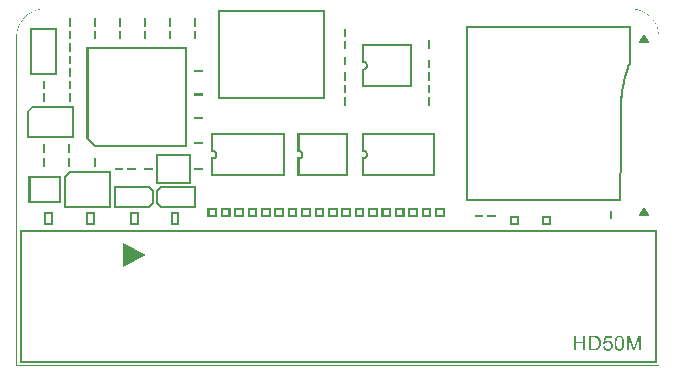
<source format=gto>
%FSLAX46Y46*%
%MOMM*%
%LPD*%
G01*
%ADD10C,0.050000*%
D10*
%LPD*%
%LPD*%
G36*
X0055533382Y0034328643D02*
G01*
X0055594776Y0034327086D01*
X0055655821Y0034323990D01*
X0055716462Y0034319373D01*
X0055776679Y0034313255D01*
X0055836452Y0034305654D01*
X0055895763Y0034296588D01*
X0055954592Y0034286077D01*
X0056012921Y0034274139D01*
X0056070729Y0034260793D01*
X0056127999Y0034246058D01*
X0056184710Y0034229951D01*
X0056240844Y0034212493D01*
X0056296382Y0034193702D01*
X0056351304Y0034173596D01*
X0056405592Y0034152195D01*
X0056459227Y0034129516D01*
X0056512189Y0034105580D01*
X0056564461Y0034080403D01*
X0056616021Y0034054007D01*
X0056666853Y0034026408D01*
X0056716936Y0033997626D01*
X0056766253Y0033967679D01*
X0056814783Y0033936587D01*
X0056862508Y0033904368D01*
X0056909409Y0033871040D01*
X0056955468Y0033836622D01*
X0057000665Y0033801134D01*
X0057044981Y0033764593D01*
X0057088398Y0033727019D01*
X0057130896Y0033688429D01*
X0057172458Y0033648844D01*
X0057213063Y0033608280D01*
X0057252692Y0033566758D01*
X0057291328Y0033524296D01*
X0057328951Y0033480911D01*
X0057365542Y0033436624D01*
X0057401082Y0033391453D01*
X0057435553Y0033345416D01*
X0057468935Y0033298531D01*
X0057501209Y0033250819D01*
X0057532357Y0033202297D01*
X0057562359Y0033152983D01*
X0057591197Y0033102898D01*
X0057618851Y0033052059D01*
X0057645303Y0033000485D01*
X0057670533Y0032948195D01*
X0057694523Y0032895207D01*
X0057717254Y0032841541D01*
X0057738706Y0032787214D01*
X0057758861Y0032732247D01*
X0057777700Y0032676657D01*
X0057795203Y0032620463D01*
X0057811351Y0032563685D01*
X0057826127Y0032506340D01*
X0057839510Y0032448449D01*
X0057851482Y0032390029D01*
X0057862023Y0032331101D01*
X0057871116Y0032271681D01*
X0057878740Y0032211791D01*
X0057884877Y0032151448D01*
X0057889508Y0032090671D01*
X0057892614Y0032029480D01*
X0057894176Y0031967931D01*
X0057894307Y0031936980D01*
X0057894307Y0004127496D01*
X0057897835Y0004127496D01*
X0057897835Y0004092218D01*
X0030684164Y0004092218D01*
X0030684164Y0004127496D01*
X0057859029Y0004127496D01*
X0057859029Y0031936901D01*
X0057858900Y0031967410D01*
X0057857359Y0032028138D01*
X0057854299Y0032088436D01*
X0057849735Y0032148323D01*
X0057843688Y0032207778D01*
X0057836177Y0032266785D01*
X0057827219Y0032325326D01*
X0057816833Y0032383381D01*
X0057805039Y0032440935D01*
X0057791855Y0032497965D01*
X0057777299Y0032554457D01*
X0057761391Y0032610390D01*
X0057744148Y0032665749D01*
X0057725590Y0032720511D01*
X0057705734Y0032774662D01*
X0057684601Y0032828180D01*
X0057662208Y0032881051D01*
X0057638573Y0032933252D01*
X0057613717Y0032984768D01*
X0057587657Y0033035578D01*
X0057560411Y0033085666D01*
X0057531999Y0033135011D01*
X0057502439Y0033183597D01*
X0057471751Y0033231405D01*
X0057439951Y0033278415D01*
X0057407061Y0033324609D01*
X0057373097Y0033369970D01*
X0057338077Y0033414480D01*
X0057302023Y0033458117D01*
X0057264952Y0033500865D01*
X0057226882Y0033542705D01*
X0057187833Y0033583619D01*
X0057147822Y0033623589D01*
X0057106870Y0033662595D01*
X0057064995Y0033700618D01*
X0057022214Y0033737642D01*
X0056978547Y0033773648D01*
X0056934013Y0033808615D01*
X0056888631Y0033842528D01*
X0056842419Y0033875365D01*
X0056795395Y0033907112D01*
X0056747579Y0033937746D01*
X0056698990Y0033967251D01*
X0056649646Y0033995608D01*
X0056599564Y0034022800D01*
X0056548766Y0034048806D01*
X0056497269Y0034073609D01*
X0056445090Y0034097192D01*
X0056392252Y0034119533D01*
X0056338770Y0034140617D01*
X0056284663Y0034160424D01*
X0056229949Y0034178937D01*
X0056174652Y0034196135D01*
X0056118783Y0034212002D01*
X0056062364Y0034226519D01*
X0056005415Y0034239666D01*
X0055947951Y0034251427D01*
X0055889995Y0034261782D01*
X0055831560Y0034270714D01*
X0055772671Y0034278203D01*
X0055713339Y0034284231D01*
X0055653589Y0034288780D01*
X0055593435Y0034291831D01*
X0055532862Y0034293367D01*
X0055502435Y0034293496D01*
X0030684164Y0034293496D01*
X0030684164Y0034328774D01*
X0055502513Y0034328774D01*
G37*
G36*
X0030684164Y0034293496D02*
G01*
X0005866730Y0034293496D01*
X0005836222Y0034293367D01*
X0005775493Y0034291826D01*
X0005715196Y0034288765D01*
X0005655309Y0034284202D01*
X0005595853Y0034278155D01*
X0005536847Y0034270643D01*
X0005478306Y0034261685D01*
X0005420251Y0034251300D01*
X0005362697Y0034239505D01*
X0005305667Y0034226321D01*
X0005249174Y0034211765D01*
X0005193242Y0034195857D01*
X0005137882Y0034178614D01*
X0005083121Y0034160056D01*
X0005028969Y0034140201D01*
X0004975451Y0034119067D01*
X0004922581Y0034096674D01*
X0004870379Y0034073040D01*
X0004818864Y0034048183D01*
X0004768053Y0034022123D01*
X0004717966Y0033994877D01*
X0004668620Y0033966466D01*
X0004620034Y0033936906D01*
X0004572227Y0033906217D01*
X0004525216Y0033874418D01*
X0004479022Y0033841527D01*
X0004433661Y0033807563D01*
X0004389152Y0033772544D01*
X0004345514Y0033736490D01*
X0004302767Y0033699419D01*
X0004260926Y0033661349D01*
X0004220012Y0033622299D01*
X0004180042Y0033582289D01*
X0004141037Y0033541336D01*
X0004103013Y0033499461D01*
X0004065989Y0033456680D01*
X0004029984Y0033413013D01*
X0003995016Y0033368480D01*
X0003961104Y0033323097D01*
X0003928266Y0033276886D01*
X0003896520Y0033229861D01*
X0003865885Y0033182045D01*
X0003836380Y0033133457D01*
X0003808023Y0033084112D01*
X0003780831Y0033034030D01*
X0003754825Y0032983232D01*
X0003730022Y0032931736D01*
X0003706440Y0032879557D01*
X0003684098Y0032826719D01*
X0003663014Y0032773236D01*
X0003643207Y0032719130D01*
X0003624694Y0032664416D01*
X0003607497Y0032609119D01*
X0003591629Y0032553249D01*
X0003577113Y0032496831D01*
X0003563965Y0032439882D01*
X0003552204Y0032382417D01*
X0003541849Y0032324462D01*
X0003532917Y0032266026D01*
X0003525428Y0032207137D01*
X0003519400Y0032147806D01*
X0003514851Y0032088055D01*
X0003511800Y0032027901D01*
X0003510264Y0031967328D01*
X0003510136Y0031936901D01*
X0003510136Y0004127496D01*
X0030684164Y0004127496D01*
X0030684164Y0004092218D01*
X0003474858Y0004092218D01*
X0003474858Y0031936980D01*
X0003474988Y0031967849D01*
X0003476545Y0032029242D01*
X0003479641Y0032090288D01*
X0003484258Y0032150929D01*
X0003490376Y0032211145D01*
X0003497978Y0032270919D01*
X0003507043Y0032330229D01*
X0003517554Y0032389059D01*
X0003529492Y0032447387D01*
X0003542838Y0032505196D01*
X0003557574Y0032562465D01*
X0003573680Y0032619176D01*
X0003591138Y0032675310D01*
X0003609930Y0032730848D01*
X0003630035Y0032785771D01*
X0003651437Y0032840059D01*
X0003674115Y0032893694D01*
X0003698052Y0032946656D01*
X0003723228Y0032998927D01*
X0003749625Y0033050488D01*
X0003777223Y0033101319D01*
X0003806005Y0033151403D01*
X0003835952Y0033200719D01*
X0003867044Y0033249249D01*
X0003899264Y0033296974D01*
X0003932592Y0033343876D01*
X0003967009Y0033389934D01*
X0004002498Y0033435131D01*
X0004039038Y0033479448D01*
X0004076613Y0033522864D01*
X0004115202Y0033565363D01*
X0004154788Y0033606924D01*
X0004195351Y0033647529D01*
X0004236873Y0033687159D01*
X0004279336Y0033725795D01*
X0004322720Y0033763417D01*
X0004367007Y0033800008D01*
X0004412179Y0033835549D01*
X0004458216Y0033870019D01*
X0004505100Y0033903401D01*
X0004552813Y0033935675D01*
X0004601335Y0033966823D01*
X0004650648Y0033996825D01*
X0004700733Y0034025663D01*
X0004751572Y0034053317D01*
X0004803146Y0034079769D01*
X0004855437Y0034105000D01*
X0004908424Y0034128990D01*
X0004962091Y0034151720D01*
X0005016417Y0034173173D01*
X0005071385Y0034193327D01*
X0005126975Y0034212166D01*
X0005183168Y0034229669D01*
X0005239947Y0034245818D01*
X0005297291Y0034260593D01*
X0005355182Y0034273976D01*
X0005413602Y0034285948D01*
X0005472531Y0034296490D01*
X0005531950Y0034305582D01*
X0005591841Y0034313206D01*
X0005652184Y0034319343D01*
X0005712960Y0034323975D01*
X0005774151Y0034327081D01*
X0005835701Y0034328643D01*
X0005866652Y0034328774D01*
X0030684164Y0034328774D01*
G37*
%LPD*%
%LPD*%
G36*
X0057724974Y0004335635D02*
G01*
X0030741027Y0004335635D01*
X0030741027Y0004512024D01*
X0057548585Y0004512024D01*
X0057548585Y0015405791D01*
X0030741027Y0015405791D01*
X0030741027Y0015582180D01*
X0057724974Y0015582180D01*
G37*
G36*
X0030741027Y0015405791D02*
G01*
X0003933469Y0015405791D01*
X0003933469Y0004512024D01*
X0030741027Y0004512024D01*
X0030741027Y0004335635D01*
X0003757080Y0004335635D01*
X0003757080Y0015582180D01*
X0030741027Y0015582180D01*
G37*
%LPD*%
%LPD*%
G36*
X0017931678Y0022584812D02*
G01*
X0012981755Y0022584812D01*
X0012981755Y0022761201D01*
X0017755289Y0022761201D01*
X0017755289Y0030935054D01*
X0012981755Y0030935054D01*
X0012981755Y0031111443D01*
X0017931678Y0031111443D01*
G37*
G36*
X0012981755Y0030935054D02*
G01*
X0009581436Y0030935054D01*
X0009581436Y0023415093D01*
X0010235327Y0022761201D01*
X0012981755Y0022761201D01*
X0012981755Y0022584812D01*
X0010162265Y0022584812D01*
X0009405047Y0023342030D01*
X0009405047Y0031111443D01*
X0012981755Y0031111443D01*
G37*
%LPD*%
G36*
X0050821119Y0006131272D02*
G01*
X0051477285Y0006131272D01*
X0051477285Y0006649855D01*
X0051643091Y0006649855D01*
X0051643091Y0005386912D01*
X0051477285Y0005386912D01*
X0051477285Y0005983106D01*
X0050821119Y0005983106D01*
X0050821119Y0005386912D01*
X0050655314Y0005386912D01*
X0050655314Y0006649855D01*
X0050821119Y0006649855D01*
G37*
%LPD*%
G36*
X0052625287Y0006621178D02*
G01*
X0052650587Y0006612414D01*
X0052674772Y0006602450D01*
X0052697923Y0006591206D01*
X0052720123Y0006578597D01*
X0052741455Y0006564541D01*
X0052762002Y0006548955D01*
X0052771979Y0006540494D01*
X0052784408Y0006529800D01*
X0052807890Y0006507290D01*
X0052829718Y0006483395D01*
X0052849893Y0006458074D01*
X0052868414Y0006431284D01*
X0052885281Y0006402986D01*
X0052900494Y0006373138D01*
X0052914054Y0006341698D01*
X0052920145Y0006325300D01*
X0052925988Y0006308681D01*
X0052936551Y0006274595D01*
X0052945728Y0006239455D01*
X0052953480Y0006203219D01*
X0052959764Y0006165847D01*
X0052964539Y0006127296D01*
X0052967763Y0006087526D01*
X0052969396Y0006046495D01*
X0052969534Y0006025439D01*
X0052969203Y0005990051D01*
X0052965234Y0005922582D01*
X0052957297Y0005859082D01*
X0052945391Y0005799551D01*
X0052937784Y0005771439D01*
X0052929516Y0005744099D01*
X0052910168Y0005693663D01*
X0052888340Y0005648022D01*
X0052865024Y0005606846D01*
X0052853117Y0005587995D01*
X0052839778Y0005569805D01*
X0052811997Y0005536732D01*
X0052782893Y0005507628D01*
X0052752466Y0005482492D01*
X0052736701Y0005471578D01*
X0052720605Y0005461215D01*
X0052686044Y0005442695D01*
X0052648341Y0005426820D01*
X0052624309Y0005419099D01*
X0052624309Y0005593215D01*
X0052630261Y0005596814D01*
X0052655231Y0005616327D01*
X0052666145Y0005626800D01*
X0052673366Y0005634187D01*
X0052687236Y0005650062D01*
X0052700383Y0005667259D01*
X0052712764Y0005685780D01*
X0052724340Y0005705624D01*
X0052735068Y0005726791D01*
X0052744907Y0005749280D01*
X0052753816Y0005773093D01*
X0052757867Y0005785550D01*
X0052765474Y0005811127D01*
X0052777380Y0005866689D01*
X0052785318Y0005927543D01*
X0052789287Y0005993689D01*
X0052789617Y0006028967D01*
X0052789452Y0006053826D01*
X0052787468Y0006100831D01*
X0052783499Y0006144653D01*
X0052777546Y0006185374D01*
X0052769608Y0006223077D01*
X0052759686Y0006257845D01*
X0052747780Y0006289760D01*
X0052733890Y0006318906D01*
X0052726117Y0006332355D01*
X0052718097Y0006345419D01*
X0052701230Y0006369852D01*
X0052683371Y0006392176D01*
X0052664519Y0006412309D01*
X0052644676Y0006430168D01*
X0052624309Y0006445322D01*
X0052624309Y0006621460D01*
G37*
%LPD*%
G36*
X0052395499Y0006649634D02*
G01*
X0052460487Y0006647154D01*
X0052516711Y0006642524D01*
X0052564501Y0006636075D01*
X0052585007Y0006632216D01*
X0052598787Y0006628826D01*
X0052624309Y0006621460D01*
X0052624309Y0006445322D01*
X0052623840Y0006445671D01*
X0052602011Y0006458735D01*
X0052579191Y0006469277D01*
X0052567368Y0006473466D01*
X0052558576Y0006476691D01*
X0052539042Y0006482334D01*
X0052505576Y0006489176D01*
X0052451998Y0006495129D01*
X0052388333Y0006497940D01*
X0052352173Y0006498161D01*
X0052087590Y0006498161D01*
X0052087590Y0005535078D01*
X0052359229Y0005535078D01*
X0052390317Y0005535299D01*
X0052446045Y0005538110D01*
X0052494332Y0005544063D01*
X0052525648Y0005550905D01*
X0052544520Y0005556548D01*
X0052553257Y0005559773D01*
X0052570234Y0005565395D01*
X0052601819Y0005579616D01*
X0052624309Y0005593215D01*
X0052624309Y0005419099D01*
X0052607165Y0005413590D01*
X0052585007Y0005408078D01*
X0052562296Y0005403007D01*
X0052514672Y0005395070D01*
X0052464401Y0005389778D01*
X0052411484Y0005387132D01*
X0052383923Y0005386912D01*
X0051925313Y0005386912D01*
X0051925313Y0006649855D01*
X0052359229Y0006649855D01*
G37*
%LPD*%
G36*
X0053918505Y0006476994D02*
G01*
X0053414034Y0006476994D01*
X0053347006Y0006138328D01*
X0053360952Y0006148029D01*
X0053389374Y0006165248D01*
X0053418395Y0006179882D01*
X0053447975Y0006191975D01*
X0053478071Y0006201566D01*
X0053508643Y0006208697D01*
X0053539648Y0006213410D01*
X0053571047Y0006215746D01*
X0053586894Y0006215939D01*
X0053607289Y0006215635D01*
X0053646936Y0006212018D01*
X0053685135Y0006204825D01*
X0053721804Y0006194097D01*
X0053756862Y0006179875D01*
X0053790224Y0006162202D01*
X0053821808Y0006141118D01*
X0053851533Y0006116665D01*
X0053865589Y0006103050D01*
X0053879204Y0006088332D01*
X0053903657Y0006057265D01*
X0053924741Y0006024274D01*
X0053942414Y0005989403D01*
X0053956636Y0005952692D01*
X0053967364Y0005914183D01*
X0053974557Y0005873917D01*
X0053978174Y0005831935D01*
X0053978477Y0005810245D01*
X0053978229Y0005789188D01*
X0053975232Y0005748178D01*
X0053969196Y0005708490D01*
X0053960081Y0005670126D01*
X0053947844Y0005633084D01*
X0053932444Y0005597365D01*
X0053913841Y0005562970D01*
X0053891992Y0005529897D01*
X0053879700Y0005513912D01*
X0053864266Y0005495143D01*
X0053839614Y0005469767D01*
X0053822392Y0005454282D01*
X0053804492Y0005440019D01*
X0053785906Y0005426974D01*
X0053766631Y0005415140D01*
X0053746661Y0005404513D01*
X0053725990Y0005395087D01*
X0053704614Y0005386857D01*
X0053682528Y0005379819D01*
X0053659725Y0005373967D01*
X0053624260Y0005367254D01*
X0053574299Y0005362603D01*
X0053548089Y0005362217D01*
X0053526454Y0005362465D01*
X0053485071Y0005365442D01*
X0053445880Y0005371395D01*
X0053408797Y0005380325D01*
X0053373740Y0005392231D01*
X0053340626Y0005407114D01*
X0053309372Y0005424973D01*
X0053279895Y0005445809D01*
X0053265867Y0005457467D01*
X0053251591Y0005470173D01*
X0053225773Y0005496982D01*
X0053203201Y0005525508D01*
X0053183832Y0005555790D01*
X0053167627Y0005587871D01*
X0053154542Y0005621791D01*
X0053144538Y0005657593D01*
X0053137572Y0005695316D01*
X0053135339Y0005714995D01*
X0053297617Y0005729106D01*
X0053299739Y0005714691D01*
X0053305362Y0005687241D01*
X0053312638Y0005661444D01*
X0053321567Y0005637301D01*
X0053332151Y0005614811D01*
X0053344388Y0005593975D01*
X0053358278Y0005574793D01*
X0053373822Y0005557265D01*
X0053382284Y0005549189D01*
X0053390304Y0005542051D01*
X0053407171Y0005529173D01*
X0053425030Y0005518011D01*
X0053443882Y0005508606D01*
X0053463726Y0005500999D01*
X0053484561Y0005495232D01*
X0053506390Y0005491346D01*
X0053529210Y0005489382D01*
X0053541033Y0005489217D01*
X0053554841Y0005489438D01*
X0053581630Y0005492083D01*
X0053607427Y0005497375D01*
X0053632232Y0005505313D01*
X0053656044Y0005515896D01*
X0053678865Y0005529125D01*
X0053700693Y0005545000D01*
X0053721529Y0005563521D01*
X0053731533Y0005573884D01*
X0053741235Y0005584605D01*
X0053758453Y0005607425D01*
X0053773088Y0005631899D01*
X0053785180Y0005658027D01*
X0053794771Y0005685808D01*
X0053801903Y0005715243D01*
X0053806616Y0005746331D01*
X0053808951Y0005779073D01*
X0053809144Y0005796133D01*
X0053808951Y0005812532D01*
X0053806636Y0005843931D01*
X0053802006Y0005873614D01*
X0053795061Y0005901540D01*
X0053785800Y0005927667D01*
X0053774225Y0005951955D01*
X0053760334Y0005974362D01*
X0053744128Y0005994846D01*
X0053735061Y0006004272D01*
X0053725663Y0006013974D01*
X0053705530Y0006031192D01*
X0053683867Y0006045827D01*
X0053660757Y0006057919D01*
X0053636283Y0006067510D01*
X0053610528Y0006074642D01*
X0053583573Y0006079355D01*
X0053555503Y0006081690D01*
X0053541033Y0006081883D01*
X0053522623Y0006081552D01*
X0053487069Y0006077418D01*
X0053453335Y0006068819D01*
X0053429502Y0006059084D01*
X0053414309Y0006051125D01*
X0053406978Y0006046605D01*
X0053392646Y0006038337D01*
X0053366188Y0006018824D01*
X0053342376Y0005996335D01*
X0053321209Y0005971530D01*
X0053311728Y0005958411D01*
X0053167089Y0005976050D01*
X0053290561Y0006625160D01*
X0053918505Y0006625160D01*
G37*
%LPD*%
G36*
X0054541323Y0006653272D02*
G01*
X0054565776Y0006651950D01*
X0054589506Y0006649304D01*
X0054612471Y0006645335D01*
X0054634630Y0006640043D01*
X0054655941Y0006633429D01*
X0054676364Y0006625491D01*
X0054695856Y0006616231D01*
X0054705199Y0006611049D01*
X0054715011Y0006605675D01*
X0054733593Y0006594100D01*
X0054751039Y0006581532D01*
X0054767472Y0006567972D01*
X0054790582Y0006545896D01*
X0054818859Y0006512823D01*
X0054832199Y0006494633D01*
X0054843995Y0006474569D01*
X0054866154Y0006431905D01*
X0054885997Y0006385603D01*
X0054902865Y0006335001D01*
X0054909810Y0006307661D01*
X0054916204Y0006279108D01*
X0054926622Y0006214120D01*
X0054933898Y0006139375D01*
X0054937701Y0006054543D01*
X0054938032Y0006007800D01*
X0054937922Y0005980239D01*
X0054936578Y0005927323D01*
X0054933850Y0005877052D01*
X0054929695Y0005829427D01*
X0054924073Y0005784448D01*
X0054916941Y0005742114D01*
X0054908260Y0005702427D01*
X0054897986Y0005665385D01*
X0054892171Y0005647967D01*
X0054886135Y0005630934D01*
X0054873175Y0005598523D01*
X0054859036Y0005568096D01*
X0054843595Y0005539653D01*
X0054826728Y0005513195D01*
X0054808311Y0005488721D01*
X0054788219Y0005466231D01*
X0054766329Y0005445726D01*
X0054754588Y0005436300D01*
X0054742599Y0005427233D01*
X0054717753Y0005411027D01*
X0054691791Y0005397137D01*
X0054664630Y0005385561D01*
X0054636187Y0005376301D01*
X0054606380Y0005369355D01*
X0054575126Y0005364725D01*
X0054542343Y0005362410D01*
X0054529809Y0005362268D01*
X0054529809Y0005492766D01*
X0054541957Y0005493021D01*
X0054567423Y0005496307D01*
X0054591897Y0005502839D01*
X0054615379Y0005512575D01*
X0054637868Y0005525473D01*
X0054659365Y0005541493D01*
X0054679871Y0005560593D01*
X0054699384Y0005582731D01*
X0054708727Y0005595050D01*
X0054713309Y0005601479D01*
X0054721990Y0005615775D01*
X0054734000Y0005640215D01*
X0054747891Y0005678993D01*
X0054759466Y0005724407D01*
X0054768726Y0005776331D01*
X0054775672Y0005834643D01*
X0054780302Y0005899218D01*
X0054782617Y0005969931D01*
X0054782810Y0006007800D01*
X0054782617Y0006046275D01*
X0054780302Y0006117712D01*
X0054775672Y0006182535D01*
X0054768726Y0006240743D01*
X0054759466Y0006292337D01*
X0054747891Y0006337316D01*
X0054734000Y0006375681D01*
X0054721990Y0006399907D01*
X0054713309Y0006414128D01*
X0054708727Y0006420550D01*
X0054699384Y0006432869D01*
X0054679871Y0006455007D01*
X0054659365Y0006474107D01*
X0054637868Y0006490127D01*
X0054615379Y0006503025D01*
X0054591897Y0006512761D01*
X0054567423Y0006519293D01*
X0054541957Y0006522579D01*
X0054529809Y0006522834D01*
X0054529809Y0006653374D01*
G37*
%LPD*%
G36*
X0054529809Y0006653374D02*
G01*
X0054529809Y0006522834D01*
X0054528810Y0006522855D01*
X0054515691Y0006522607D01*
X0054490556Y0006519651D01*
X0054466743Y0006513781D01*
X0054444254Y0006505037D01*
X0054423087Y0006493462D01*
X0054403244Y0006479095D01*
X0054384723Y0006461980D01*
X0054367525Y0006442157D01*
X0054359477Y0006431133D01*
X0054354241Y0006424057D01*
X0054344319Y0006408595D01*
X0054330593Y0006382654D01*
X0054314718Y0006342305D01*
X0054301489Y0006295672D01*
X0054290906Y0006242755D01*
X0054282968Y0006183555D01*
X0054277677Y0006118070D01*
X0054275031Y0006046302D01*
X0054274810Y0006007800D01*
X0054275003Y0005969325D01*
X0054277319Y0005897888D01*
X0054281949Y0005833065D01*
X0054288894Y0005774857D01*
X0054298154Y0005723263D01*
X0054309730Y0005678284D01*
X0054323621Y0005639919D01*
X0054335630Y0005615693D01*
X0054344312Y0005601472D01*
X0054348894Y0005595050D01*
X0054358237Y0005582731D01*
X0054377750Y0005560593D01*
X0054398255Y0005541493D01*
X0054419752Y0005525473D01*
X0054442242Y0005512575D01*
X0054465724Y0005502839D01*
X0054490198Y0005496307D01*
X0054515664Y0005493021D01*
X0054528810Y0005492745D01*
X0054529809Y0005492766D01*
X0054529809Y0005362268D01*
X0054525282Y0005362217D01*
X0054502352Y0005362548D01*
X0054458696Y0005366537D01*
X0054417685Y0005374558D01*
X0054379321Y0005386650D01*
X0054343602Y0005402856D01*
X0054310529Y0005423216D01*
X0054280102Y0005447773D01*
X0054252321Y0005476567D01*
X0054239533Y0005492745D01*
X0054232002Y0005503115D01*
X0054217700Y0005525031D01*
X0054204316Y0005548368D01*
X0054191854Y0005573136D01*
X0054180320Y0005599346D01*
X0054169719Y0005627009D01*
X0054155459Y0005671063D01*
X0054139914Y0005735224D01*
X0054128194Y0005805380D01*
X0054120339Y0005881613D01*
X0054116391Y0005964006D01*
X0054116061Y0006007800D01*
X0054116171Y0006035361D01*
X0054117514Y0006088277D01*
X0054120243Y0006138548D01*
X0054124398Y0006186173D01*
X0054130020Y0006231152D01*
X0054137152Y0006273485D01*
X0054145833Y0006313173D01*
X0054156106Y0006350215D01*
X0054161922Y0006367633D01*
X0054167985Y0006384665D01*
X0054181214Y0006417077D01*
X0054195766Y0006447504D01*
X0054211641Y0006475947D01*
X0054228839Y0006502405D01*
X0054247360Y0006526879D01*
X0054267204Y0006549368D01*
X0054288370Y0006569874D01*
X0054299505Y0006579299D01*
X0054310887Y0006588367D01*
X0054335010Y0006604573D01*
X0054360724Y0006618463D01*
X0054387989Y0006630039D01*
X0054416762Y0006639299D01*
X0054447003Y0006646244D01*
X0054478670Y0006650875D01*
X0054511723Y0006653190D01*
X0054528810Y0006653383D01*
G37*
%LPD*%
G36*
X0055707087Y0005757328D02*
G01*
X0055727372Y0005696915D01*
X0055751019Y0005625477D01*
X0055762760Y0005586782D01*
X0055767059Y0005570356D01*
X0055778524Y0005607398D01*
X0055811597Y0005707939D01*
X0055834087Y0005771439D01*
X0056137475Y0006649855D01*
X0056363253Y0006649855D01*
X0056363253Y0005386912D01*
X0056200975Y0005386912D01*
X0056200975Y0006445244D01*
X0055834087Y0005386912D01*
X0055682393Y0005386912D01*
X0055315504Y0006462883D01*
X0055315504Y0005386912D01*
X0055156754Y0005386912D01*
X0055156754Y0006649855D01*
X0055407226Y0006649855D01*
G37*
%LPD*%
G36*
X0014488570Y0013472571D02*
G01*
X0012488322Y0012474211D01*
X0012488322Y0014474459D01*
G37*
%LPD*%
%LPD*%
G36*
X0011475850Y0017466011D02*
G01*
X0009177500Y0017466011D01*
X0009177500Y0017642400D01*
X0011299462Y0017642400D01*
X0011299462Y0020443453D01*
X0009177500Y0020443453D01*
X0009177500Y0020619842D01*
X0011475850Y0020619842D01*
G37*
G36*
X0009177500Y0020443453D02*
G01*
X0007978035Y0020443453D01*
X0007655271Y0020114598D01*
X0007655271Y0017642400D01*
X0009177500Y0017642400D01*
X0009177500Y0017466011D01*
X0007478882Y0017466011D01*
X0007478882Y0020186697D01*
X0007904005Y0020619842D01*
X0009177500Y0020619842D01*
G37*
%LPD*%
%LPD*%
G36*
X0010121185Y0015973763D02*
G01*
X0009747241Y0015973763D01*
X0009747241Y0016150152D01*
X0009944796Y0016150152D01*
X0009944796Y0016972123D01*
X0009747241Y0016972123D01*
X0009747241Y0017148512D01*
X0010121185Y0017148512D01*
G37*
G36*
X0009747241Y0016972123D02*
G01*
X0009549686Y0016972123D01*
X0009549686Y0016150152D01*
X0009747241Y0016150152D01*
X0009747241Y0015973763D01*
X0009373297Y0015973763D01*
X0009373297Y0017148512D01*
X0009747241Y0017148512D01*
G37*
%LPD*%
%LPD*%
G36*
X0055541282Y0029796092D02*
G01*
X0055526536Y0029766344D01*
X0055481543Y0029666226D01*
X0055436235Y0029557880D01*
X0055380199Y0029414568D01*
X0055315831Y0029237307D01*
X0055263420Y0029081759D01*
X0055227270Y0028968759D01*
X0055190345Y0028847735D01*
X0055152966Y0028718891D01*
X0055115430Y0028582353D01*
X0055078032Y0028438234D01*
X0055041066Y0028286658D01*
X0055004826Y0028127735D01*
X0054969607Y0027961586D01*
X0054935705Y0027788334D01*
X0054903412Y0027608085D01*
X0054873024Y0027420969D01*
X0054844836Y0027227096D01*
X0054819141Y0027026585D01*
X0054796234Y0026819554D01*
X0054776408Y0026606118D01*
X0054759960Y0026386398D01*
X0054747182Y0026160506D01*
X0054738369Y0025928564D01*
X0054733813Y0025690541D01*
X0054733421Y0025569149D01*
X0054733173Y0025061188D01*
X0054730568Y0023914198D01*
X0054723498Y0022058879D01*
X0054705638Y0018734601D01*
X0054701092Y0018044567D01*
X0054054610Y0018044567D01*
X0054054610Y0018220955D01*
X0054525862Y0018220955D01*
X0054529253Y0018735661D01*
X0054547111Y0022059687D01*
X0054554180Y0023914728D01*
X0054556784Y0025061435D01*
X0054557033Y0025569473D01*
X0054557430Y0025692514D01*
X0054562045Y0025933600D01*
X0054570983Y0026168837D01*
X0054583943Y0026397963D01*
X0054600630Y0026620861D01*
X0054620744Y0026837411D01*
X0054643989Y0027047496D01*
X0054670067Y0027250998D01*
X0054698682Y0027447798D01*
X0054729534Y0027637779D01*
X0054762328Y0027820824D01*
X0054796766Y0027996815D01*
X0054832551Y0028165634D01*
X0054869386Y0028327163D01*
X0054906973Y0028481287D01*
X0054945015Y0028627886D01*
X0054983216Y0028766845D01*
X0055021279Y0028898046D01*
X0055058907Y0029021371D01*
X0055095832Y0029136797D01*
X0055149333Y0029295579D01*
X0055215138Y0029476797D01*
X0055272708Y0029624031D01*
X0055319704Y0029736415D01*
X0055364893Y0029836968D01*
X0055364893Y0032713053D01*
X0054054610Y0032713053D01*
X0054054610Y0032889442D01*
X0055541282Y0032889442D01*
G37*
G36*
X0054054610Y0032713053D02*
G01*
X0041694767Y0032713053D01*
X0041694767Y0018220955D01*
X0054054610Y0018220955D01*
X0054054610Y0018044567D01*
X0041518378Y0018044567D01*
X0041518378Y0032889442D01*
X0054054610Y0032889442D01*
G37*
%LPD*%
G36*
X0056913586Y0031503026D02*
G01*
X0056268003Y0031503026D01*
X0056585503Y0032042776D01*
G37*
%LPD*%
%ADD11C,0.152757*%
D11*
X0056585503Y0032042776D02*
G01*
X0056913586Y0031503026D01*
X0056268003Y0031503026D01*
X0056585503Y0032042776D01*
%LPD*%
%LPD*%
G36*
X0026186670Y0020164759D02*
G01*
X0020671363Y0020164759D01*
X0020671363Y0020341148D01*
X0026010281Y0020341148D01*
X0026010281Y0023611395D01*
X0020671363Y0023611395D01*
X0020671363Y0023787783D01*
X0026186670Y0023787783D01*
G37*
G36*
X0020671363Y0023611395D02*
G01*
X0020157703Y0023611395D01*
X0020157703Y0022381254D01*
X0020174478Y0022377831D01*
X0020214003Y0022365564D01*
X0020251744Y0022349629D01*
X0020287474Y0022330245D01*
X0020320979Y0022307629D01*
X0020352060Y0022281990D01*
X0020380519Y0022253531D01*
X0020406158Y0022222450D01*
X0020428775Y0022188944D01*
X0020448159Y0022153215D01*
X0020464094Y0022115474D01*
X0020476360Y0022075949D01*
X0020484740Y0022034887D01*
X0020488950Y0021993304D01*
X0020489327Y0021970980D01*
X0020488950Y0021948655D01*
X0020484740Y0021907072D01*
X0020476360Y0021866010D01*
X0020464094Y0021826485D01*
X0020448159Y0021788744D01*
X0020428775Y0021753015D01*
X0020406158Y0021719509D01*
X0020380519Y0021688428D01*
X0020352060Y0021659969D01*
X0020320979Y0021634330D01*
X0020287474Y0021611714D01*
X0020251744Y0021592330D01*
X0020214003Y0021576395D01*
X0020174478Y0021564128D01*
X0020157703Y0021560705D01*
X0020157703Y0020341148D01*
X0020671363Y0020341148D01*
X0020671363Y0020164759D01*
X0019981315Y0020164759D01*
X0019981315Y0021726086D01*
X0020081442Y0021727777D01*
X0020106832Y0021730348D01*
X0020130593Y0021735197D01*
X0020153410Y0021742278D01*
X0020175201Y0021751478D01*
X0020195861Y0021762687D01*
X0020215272Y0021775789D01*
X0020233304Y0021790664D01*
X0020249824Y0021807184D01*
X0020264699Y0021825217D01*
X0020277802Y0021844628D01*
X0020289010Y0021865288D01*
X0020298211Y0021887078D01*
X0020305292Y0021909895D01*
X0020310141Y0021933657D01*
X0020312711Y0021959046D01*
X0020312913Y0021970980D01*
X0020312711Y0021982913D01*
X0020310141Y0022008302D01*
X0020305292Y0022032064D01*
X0020298211Y0022054881D01*
X0020289010Y0022076671D01*
X0020277802Y0022097331D01*
X0020264699Y0022116742D01*
X0020249824Y0022134775D01*
X0020233304Y0022151295D01*
X0020215272Y0022166170D01*
X0020195861Y0022179272D01*
X0020175201Y0022190481D01*
X0020153410Y0022199681D01*
X0020130593Y0022206762D01*
X0020106832Y0022211611D01*
X0020081442Y0022214182D01*
X0019981315Y0022215873D01*
X0019981315Y0023787783D01*
X0020671363Y0023787783D01*
G37*
%LPD*%
%LPD*%
G36*
X0038936047Y0020164759D02*
G01*
X0033420740Y0020164759D01*
X0033420740Y0020341148D01*
X0038759658Y0020341148D01*
X0038759658Y0023611395D01*
X0033420740Y0023611395D01*
X0033420740Y0023787783D01*
X0038936047Y0023787783D01*
G37*
G36*
X0033420740Y0023611395D02*
G01*
X0032907080Y0023611395D01*
X0032907080Y0022381254D01*
X0032923855Y0022377831D01*
X0032963380Y0022365564D01*
X0033001121Y0022349629D01*
X0033036851Y0022330245D01*
X0033070356Y0022307629D01*
X0033101437Y0022281990D01*
X0033129896Y0022253531D01*
X0033155535Y0022222450D01*
X0033178152Y0022188944D01*
X0033197536Y0022153215D01*
X0033213471Y0022115474D01*
X0033225737Y0022075949D01*
X0033234117Y0022034887D01*
X0033238327Y0021993304D01*
X0033238704Y0021970980D01*
X0033238327Y0021948655D01*
X0033234117Y0021907072D01*
X0033225737Y0021866010D01*
X0033213471Y0021826485D01*
X0033197536Y0021788744D01*
X0033178152Y0021753015D01*
X0033155535Y0021719509D01*
X0033129896Y0021688428D01*
X0033101437Y0021659969D01*
X0033070356Y0021634330D01*
X0033036851Y0021611714D01*
X0033001121Y0021592330D01*
X0032963380Y0021576395D01*
X0032923855Y0021564128D01*
X0032907080Y0021560705D01*
X0032907080Y0020341148D01*
X0033420740Y0020341148D01*
X0033420740Y0020164759D01*
X0032730692Y0020164759D01*
X0032730692Y0021726086D01*
X0032830819Y0021727777D01*
X0032856209Y0021730348D01*
X0032879970Y0021735197D01*
X0032902787Y0021742278D01*
X0032924578Y0021751478D01*
X0032945238Y0021762687D01*
X0032964649Y0021775789D01*
X0032982681Y0021790664D01*
X0032999201Y0021807184D01*
X0033014076Y0021825217D01*
X0033027179Y0021844628D01*
X0033038387Y0021865288D01*
X0033047588Y0021887078D01*
X0033054669Y0021909895D01*
X0033059518Y0021933657D01*
X0033062088Y0021959046D01*
X0033062290Y0021970980D01*
X0033062088Y0021982913D01*
X0033059518Y0022008302D01*
X0033054669Y0022032064D01*
X0033047588Y0022054881D01*
X0033038387Y0022076671D01*
X0033027179Y0022097331D01*
X0033014076Y0022116742D01*
X0032999201Y0022134775D01*
X0032982681Y0022151295D01*
X0032964649Y0022166170D01*
X0032945238Y0022179272D01*
X0032924578Y0022190481D01*
X0032902787Y0022199681D01*
X0032879970Y0022206762D01*
X0032856209Y0022211611D01*
X0032830819Y0022214182D01*
X0032730692Y0022215873D01*
X0032730692Y0023787783D01*
X0033420740Y0023787783D01*
G37*
%LPD*%
%LPD*%
G36*
X0008332603Y0023364450D02*
G01*
X0006040506Y0023364450D01*
X0006040506Y0023540839D01*
X0008156215Y0023540839D01*
X0008156215Y0025876226D01*
X0006040506Y0025876226D01*
X0006040506Y0026052615D01*
X0008332603Y0026052615D01*
G37*
G36*
X0006040506Y0025876226D02*
G01*
X0004830777Y0025876226D01*
X0004529662Y0025575111D01*
X0004529662Y0023540839D01*
X0006040506Y0023540839D01*
X0006040506Y0023364450D01*
X0004353274Y0023364450D01*
X0004353274Y0025648174D01*
X0004757714Y0026052615D01*
X0006040506Y0026052615D01*
G37*
%LPD*%
%LPD*%
G36*
X0031517137Y0020164759D02*
G01*
X0027847864Y0020164759D01*
X0027847864Y0020341148D01*
X0031340749Y0020341148D01*
X0031340749Y0023611395D01*
X0027847864Y0023611395D01*
X0027847864Y0023787783D01*
X0031517137Y0023787783D01*
G37*
G36*
X0027847864Y0023611395D02*
G01*
X0027446086Y0023611395D01*
X0027446086Y0022381254D01*
X0027462860Y0022377831D01*
X0027502386Y0022365564D01*
X0027540127Y0022349629D01*
X0027575856Y0022330245D01*
X0027609361Y0022307629D01*
X0027640442Y0022281990D01*
X0027668901Y0022253531D01*
X0027694540Y0022222450D01*
X0027717157Y0022188944D01*
X0027736541Y0022153215D01*
X0027752476Y0022115474D01*
X0027764742Y0022075949D01*
X0027773122Y0022034887D01*
X0027777332Y0021993304D01*
X0027777709Y0021970980D01*
X0027777332Y0021948655D01*
X0027773122Y0021907072D01*
X0027764742Y0021866010D01*
X0027752476Y0021826485D01*
X0027736541Y0021788744D01*
X0027717157Y0021753015D01*
X0027694540Y0021719509D01*
X0027668901Y0021688428D01*
X0027640442Y0021659969D01*
X0027609361Y0021634330D01*
X0027575856Y0021611714D01*
X0027540127Y0021592330D01*
X0027502386Y0021576395D01*
X0027462860Y0021564128D01*
X0027446086Y0021560705D01*
X0027446086Y0020341148D01*
X0027847864Y0020341148D01*
X0027847864Y0020164759D01*
X0027269697Y0020164759D01*
X0027269697Y0021726086D01*
X0027369825Y0021727777D01*
X0027395214Y0021730348D01*
X0027418975Y0021735197D01*
X0027441792Y0021742278D01*
X0027463583Y0021751478D01*
X0027484243Y0021762687D01*
X0027503654Y0021775789D01*
X0027521686Y0021790664D01*
X0027538206Y0021807184D01*
X0027553081Y0021825217D01*
X0027566184Y0021844628D01*
X0027577392Y0021865288D01*
X0027586593Y0021887078D01*
X0027593674Y0021909895D01*
X0027598523Y0021933657D01*
X0027601093Y0021959046D01*
X0027601295Y0021970980D01*
X0027601093Y0021982913D01*
X0027598523Y0022008302D01*
X0027593674Y0022032064D01*
X0027586593Y0022054881D01*
X0027577392Y0022076671D01*
X0027566184Y0022097331D01*
X0027553081Y0022116742D01*
X0027538206Y0022134775D01*
X0027521686Y0022151295D01*
X0027503654Y0022166170D01*
X0027484243Y0022179272D01*
X0027463583Y0022190481D01*
X0027441792Y0022199681D01*
X0027418975Y0022206762D01*
X0027395214Y0022211611D01*
X0027369825Y0022214182D01*
X0027269697Y0022215873D01*
X0027269697Y0023787783D01*
X0027847864Y0023787783D01*
G37*
%LPD*%
%LPD*%
G36*
X0038604436Y0016693429D02*
G01*
X0038193450Y0016693429D01*
X0038193450Y0016869818D01*
X0038428047Y0016869818D01*
X0038428047Y0017264928D01*
X0038193450Y0017264928D01*
X0038193450Y0017441317D01*
X0038604436Y0017441317D01*
G37*
G36*
X0038193450Y0017264928D02*
G01*
X0037958853Y0017264928D01*
X0037958853Y0016869818D01*
X0038193450Y0016869818D01*
X0038193450Y0016693429D01*
X0037782465Y0016693429D01*
X0037782465Y0017441317D01*
X0038193450Y0017441317D01*
G37*
%LPD*%
%LPD*%
G36*
X0039733324Y0016693429D02*
G01*
X0039322338Y0016693429D01*
X0039322338Y0016869818D01*
X0039556935Y0016869818D01*
X0039556935Y0017264928D01*
X0039322338Y0017264928D01*
X0039322338Y0017441317D01*
X0039733324Y0017441317D01*
G37*
G36*
X0039322338Y0017264928D02*
G01*
X0039087741Y0017264928D01*
X0039087741Y0016869818D01*
X0039322338Y0016869818D01*
X0039322338Y0016693429D01*
X0038911353Y0016693429D01*
X0038911353Y0017441317D01*
X0039322338Y0017441317D01*
G37*
%LPD*%
%LPD*%
G36*
X0036336077Y0016693429D02*
G01*
X0035925091Y0016693429D01*
X0035925091Y0016869818D01*
X0036159689Y0016869818D01*
X0036159689Y0017264928D01*
X0035925091Y0017264928D01*
X0035925091Y0017441317D01*
X0036336077Y0017441317D01*
G37*
G36*
X0035925091Y0017264928D02*
G01*
X0035690494Y0017264928D01*
X0035690494Y0016869818D01*
X0035925091Y0016869818D01*
X0035925091Y0016693429D01*
X0035514106Y0016693429D01*
X0035514106Y0017441317D01*
X0035925091Y0017441317D01*
G37*
%LPD*%
%LPD*%
G36*
X0037472021Y0016693429D02*
G01*
X0037061035Y0016693429D01*
X0037061035Y0016869818D01*
X0037295632Y0016869818D01*
X0037295632Y0017264928D01*
X0037061035Y0017264928D01*
X0037061035Y0017441317D01*
X0037472021Y0017441317D01*
G37*
G36*
X0037061035Y0017264928D02*
G01*
X0036826438Y0017264928D01*
X0036826438Y0016869818D01*
X0037061035Y0016869818D01*
X0037061035Y0016693429D01*
X0036650049Y0016693429D01*
X0036650049Y0017441317D01*
X0037061035Y0017441317D01*
G37*
%LPD*%
%LPD*%
G36*
X0034071246Y0016693429D02*
G01*
X0033660260Y0016693429D01*
X0033660260Y0016869818D01*
X0033894857Y0016869818D01*
X0033894857Y0017264928D01*
X0033660260Y0017264928D01*
X0033660260Y0017441317D01*
X0034071246Y0017441317D01*
G37*
G36*
X0033660260Y0017264928D02*
G01*
X0033425663Y0017264928D01*
X0033425663Y0016869818D01*
X0033660260Y0016869818D01*
X0033660260Y0016693429D01*
X0033249275Y0016693429D01*
X0033249275Y0017441317D01*
X0033660260Y0017441317D01*
G37*
%LPD*%
%LPD*%
G36*
X0035203662Y0016693429D02*
G01*
X0034792676Y0016693429D01*
X0034792676Y0016869818D01*
X0035027273Y0016869818D01*
X0035027273Y0017264928D01*
X0034792676Y0017264928D01*
X0034792676Y0017441317D01*
X0035203662Y0017441317D01*
G37*
G36*
X0034792676Y0017264928D02*
G01*
X0034558079Y0017264928D01*
X0034558079Y0016869818D01*
X0034792676Y0016869818D01*
X0034792676Y0016693429D01*
X0034381690Y0016693429D01*
X0034381690Y0017441317D01*
X0034792676Y0017441317D01*
G37*
%LPD*%
%LPD*%
G36*
X0031802887Y0016693429D02*
G01*
X0031391901Y0016693429D01*
X0031391901Y0016869818D01*
X0031626498Y0016869818D01*
X0031626498Y0017264928D01*
X0031391901Y0017264928D01*
X0031391901Y0017441317D01*
X0031802887Y0017441317D01*
G37*
G36*
X0031391901Y0017264928D02*
G01*
X0031157304Y0017264928D01*
X0031157304Y0016869818D01*
X0031391901Y0016869818D01*
X0031391901Y0016693429D01*
X0030980916Y0016693429D01*
X0030980916Y0017441317D01*
X0031391901Y0017441317D01*
G37*
%LPD*%
%LPD*%
G36*
X0032938830Y0016693429D02*
G01*
X0032527845Y0016693429D01*
X0032527845Y0016869818D01*
X0032762442Y0016869818D01*
X0032762442Y0017264928D01*
X0032527845Y0017264928D01*
X0032527845Y0017441317D01*
X0032938830Y0017441317D01*
G37*
G36*
X0032527845Y0017264928D02*
G01*
X0032293248Y0017264928D01*
X0032293248Y0016869818D01*
X0032527845Y0016869818D01*
X0032527845Y0016693429D01*
X0032116859Y0016693429D01*
X0032116859Y0017441317D01*
X0032527845Y0017441317D01*
G37*
%LPD*%
%LPD*%
G36*
X0029538056Y0016693429D02*
G01*
X0029127070Y0016693429D01*
X0029127070Y0016869818D01*
X0029361667Y0016869818D01*
X0029361667Y0017264928D01*
X0029127070Y0017264928D01*
X0029127070Y0017441317D01*
X0029538056Y0017441317D01*
G37*
G36*
X0029127070Y0017264928D02*
G01*
X0028892473Y0017264928D01*
X0028892473Y0016869818D01*
X0029127070Y0016869818D01*
X0029127070Y0016693429D01*
X0028716084Y0016693429D01*
X0028716084Y0017441317D01*
X0029127070Y0017441317D01*
G37*
%LPD*%
%LPD*%
G36*
X0030670471Y0016693429D02*
G01*
X0030259486Y0016693429D01*
X0030259486Y0016869818D01*
X0030494083Y0016869818D01*
X0030494083Y0017264928D01*
X0030259486Y0017264928D01*
X0030259486Y0017441317D01*
X0030670471Y0017441317D01*
G37*
G36*
X0030259486Y0017264928D02*
G01*
X0030024889Y0017264928D01*
X0030024889Y0016869818D01*
X0030259486Y0016869818D01*
X0030259486Y0016693429D01*
X0029848500Y0016693429D01*
X0029848500Y0017441317D01*
X0030259486Y0017441317D01*
G37*
%LPD*%
%LPD*%
G36*
X0027269697Y0016693429D02*
G01*
X0026858711Y0016693429D01*
X0026858711Y0016869818D01*
X0027093308Y0016869818D01*
X0027093308Y0017264928D01*
X0026858711Y0017264928D01*
X0026858711Y0017441317D01*
X0027269697Y0017441317D01*
G37*
G36*
X0026858711Y0017264928D02*
G01*
X0026624114Y0017264928D01*
X0026624114Y0016869818D01*
X0026858711Y0016869818D01*
X0026858711Y0016693429D01*
X0026447725Y0016693429D01*
X0026447725Y0017441317D01*
X0026858711Y0017441317D01*
G37*
%LPD*%
%LPD*%
G36*
X0028405640Y0016693429D02*
G01*
X0027994654Y0016693429D01*
X0027994654Y0016869818D01*
X0028229251Y0016869818D01*
X0028229251Y0017264928D01*
X0027994654Y0017264928D01*
X0027994654Y0017441317D01*
X0028405640Y0017441317D01*
G37*
G36*
X0027994654Y0017264928D02*
G01*
X0027760057Y0017264928D01*
X0027760057Y0016869818D01*
X0027994654Y0016869818D01*
X0027994654Y0016693429D01*
X0027583669Y0016693429D01*
X0027583669Y0017441317D01*
X0027994654Y0017441317D01*
G37*
%LPD*%
%LPD*%
G36*
X0025004866Y0016693429D02*
G01*
X0024593880Y0016693429D01*
X0024593880Y0016869818D01*
X0024828477Y0016869818D01*
X0024828477Y0017264928D01*
X0024593880Y0017264928D01*
X0024593880Y0017441317D01*
X0025004866Y0017441317D01*
G37*
G36*
X0024593880Y0017264928D02*
G01*
X0024359283Y0017264928D01*
X0024359283Y0016869818D01*
X0024593880Y0016869818D01*
X0024593880Y0016693429D01*
X0024182894Y0016693429D01*
X0024182894Y0017441317D01*
X0024593880Y0017441317D01*
G37*
%LPD*%
%LPD*%
G36*
X0026137281Y0016693429D02*
G01*
X0025726295Y0016693429D01*
X0025726295Y0016869818D01*
X0025960892Y0016869818D01*
X0025960892Y0017264928D01*
X0025726295Y0017264928D01*
X0025726295Y0017441317D01*
X0026137281Y0017441317D01*
G37*
G36*
X0025726295Y0017264928D02*
G01*
X0025491698Y0017264928D01*
X0025491698Y0016869818D01*
X0025726295Y0016869818D01*
X0025726295Y0016693429D01*
X0025315310Y0016693429D01*
X0025315310Y0017441317D01*
X0025726295Y0017441317D01*
G37*
%LPD*%
%LPD*%
G36*
X0022736507Y0016693429D02*
G01*
X0022325521Y0016693429D01*
X0022325521Y0016869818D01*
X0022560118Y0016869818D01*
X0022560118Y0017264928D01*
X0022325521Y0017264928D01*
X0022325521Y0017441317D01*
X0022736507Y0017441317D01*
G37*
G36*
X0022325521Y0017264928D02*
G01*
X0022090924Y0017264928D01*
X0022090924Y0016869818D01*
X0022325521Y0016869818D01*
X0022325521Y0016693429D01*
X0021914535Y0016693429D01*
X0021914535Y0017441317D01*
X0022325521Y0017441317D01*
G37*
%LPD*%
%LPD*%
G36*
X0023868922Y0016693429D02*
G01*
X0023457936Y0016693429D01*
X0023457936Y0016869818D01*
X0023692533Y0016869818D01*
X0023692533Y0017264928D01*
X0023457936Y0017264928D01*
X0023457936Y0017441317D01*
X0023868922Y0017441317D01*
G37*
G36*
X0023457936Y0017264928D02*
G01*
X0023223339Y0017264928D01*
X0023223339Y0016869818D01*
X0023457936Y0016869818D01*
X0023457936Y0016693429D01*
X0023046951Y0016693429D01*
X0023046951Y0017441317D01*
X0023457936Y0017441317D01*
G37*
%LPD*%
%LPD*%
G36*
X0020471675Y0016693429D02*
G01*
X0020060690Y0016693429D01*
X0020060690Y0016869818D01*
X0020295287Y0016869818D01*
X0020295287Y0017264928D01*
X0020060690Y0017264928D01*
X0020060690Y0017441317D01*
X0020471675Y0017441317D01*
G37*
G36*
X0020060690Y0017264928D02*
G01*
X0019826093Y0017264928D01*
X0019826093Y0016869818D01*
X0020060690Y0016869818D01*
X0020060690Y0016693429D01*
X0019649704Y0016693429D01*
X0019649704Y0017441317D01*
X0020060690Y0017441317D01*
G37*
%LPD*%
%LPD*%
G36*
X0021604091Y0016693429D02*
G01*
X0021193105Y0016693429D01*
X0021193105Y0016869818D01*
X0021427702Y0016869818D01*
X0021427702Y0017264928D01*
X0021193105Y0017264928D01*
X0021193105Y0017441317D01*
X0021604091Y0017441317D01*
G37*
G36*
X0021193105Y0017264928D02*
G01*
X0020958508Y0017264928D01*
X0020958508Y0016869818D01*
X0021193105Y0016869818D01*
X0021193105Y0016693429D01*
X0020782120Y0016693429D01*
X0020782120Y0017441317D01*
X0021193105Y0017441317D01*
G37*
%LPD*%
%LPD*%
G36*
X0007221354Y0017864650D02*
G01*
X0005859633Y0017864650D01*
X0005859633Y0018041039D01*
X0007044966Y0018041039D01*
X0007044966Y0019988370D01*
X0005859633Y0019988370D01*
X0005859633Y0020164759D01*
X0007221354Y0020164759D01*
G37*
G36*
X0005859633Y0019988370D02*
G01*
X0004674301Y0019988370D01*
X0004674301Y0018041039D01*
X0005859633Y0018041039D01*
X0005859633Y0017864650D01*
X0004497912Y0017864650D01*
X0004497912Y0020164759D01*
X0005859633Y0020164759D01*
G37*
%LPD*%
%LPD*%
G36*
X0036978132Y0027693030D02*
G01*
X0033308859Y0027693030D01*
X0033308859Y0027869418D01*
X0036801743Y0027869418D01*
X0036801743Y0031139665D01*
X0033308859Y0031139665D01*
X0033308859Y0031316054D01*
X0036978132Y0031316054D01*
G37*
G36*
X0033308859Y0031139665D02*
G01*
X0032907080Y0031139665D01*
X0032907080Y0029909525D01*
X0032923855Y0029906101D01*
X0032963380Y0029893835D01*
X0033001121Y0029877900D01*
X0033036851Y0029858516D01*
X0033070356Y0029835900D01*
X0033101437Y0029810260D01*
X0033129896Y0029781801D01*
X0033155535Y0029750721D01*
X0033178152Y0029717215D01*
X0033197536Y0029681486D01*
X0033213471Y0029643745D01*
X0033225737Y0029604219D01*
X0033234117Y0029563158D01*
X0033238327Y0029521575D01*
X0033238704Y0029499250D01*
X0033238327Y0029476926D01*
X0033234117Y0029435342D01*
X0033225737Y0029394281D01*
X0033213471Y0029354756D01*
X0033197536Y0029317015D01*
X0033178152Y0029281286D01*
X0033155535Y0029247780D01*
X0033129896Y0029216699D01*
X0033101437Y0029188240D01*
X0033070356Y0029162601D01*
X0033036851Y0029139985D01*
X0033001121Y0029120601D01*
X0032963380Y0029104666D01*
X0032923855Y0029092399D01*
X0032907080Y0029088976D01*
X0032907080Y0027869418D01*
X0033308859Y0027869418D01*
X0033308859Y0027693030D01*
X0032730692Y0027693030D01*
X0032730692Y0029254356D01*
X0032830819Y0029256048D01*
X0032856209Y0029258618D01*
X0032879970Y0029263468D01*
X0032902787Y0029270549D01*
X0032924578Y0029279749D01*
X0032945238Y0029290958D01*
X0032964649Y0029304060D01*
X0032982681Y0029318935D01*
X0032999201Y0029335455D01*
X0033014076Y0029353488D01*
X0033027179Y0029372899D01*
X0033038387Y0029393559D01*
X0033047588Y0029415349D01*
X0033054669Y0029438166D01*
X0033059518Y0029461928D01*
X0033062088Y0029487317D01*
X0033062290Y0029499250D01*
X0033062088Y0029511184D01*
X0033059518Y0029536573D01*
X0033054669Y0029560335D01*
X0033047588Y0029583152D01*
X0033038387Y0029604942D01*
X0033027179Y0029625602D01*
X0033014076Y0029645013D01*
X0032999201Y0029663045D01*
X0032982681Y0029679565D01*
X0032964649Y0029694441D01*
X0032945238Y0029707543D01*
X0032924578Y0029718751D01*
X0032902787Y0029727952D01*
X0032879970Y0029735033D01*
X0032856209Y0029739882D01*
X0032830819Y0029742453D01*
X0032730692Y0029744144D01*
X0032730692Y0031316054D01*
X0033308859Y0031316054D01*
G37*
%LPD*%
%LPD*%
G36*
X0006554605Y0015973763D02*
G01*
X0006180661Y0015973763D01*
X0006180661Y0016150152D01*
X0006378216Y0016150152D01*
X0006378216Y0016972123D01*
X0006180661Y0016972123D01*
X0006180661Y0017148512D01*
X0006554605Y0017148512D01*
G37*
G36*
X0006180661Y0016972123D02*
G01*
X0005983106Y0016972123D01*
X0005983106Y0016150152D01*
X0006180661Y0016150152D01*
X0006180661Y0015973763D01*
X0005806717Y0015973763D01*
X0005806717Y0017148512D01*
X0006180661Y0017148512D01*
G37*
%LPD*%
%LPD*%
G36*
X0018284455Y0019494482D02*
G01*
X0016769276Y0019494482D01*
X0016769276Y0019670871D01*
X0018108066Y0019670871D01*
X0018108066Y0021879257D01*
X0016769276Y0021879257D01*
X0016769276Y0022055646D01*
X0018284455Y0022055646D01*
G37*
G36*
X0016769276Y0021879257D02*
G01*
X0015430486Y0021879257D01*
X0015430486Y0019670871D01*
X0016769276Y0019670871D01*
X0016769276Y0019494482D01*
X0015254097Y0019494482D01*
X0015254097Y0022055646D01*
X0016769276Y0022055646D01*
G37*
%LPD*%
%LPD*%
G36*
X0015165903Y0018931291D02*
G01*
X0015165903Y0017870452D01*
X0014761462Y0017466011D01*
X0013868440Y0017466011D01*
X0013868440Y0017642400D01*
X0014688399Y0017642400D01*
X0014989514Y0017943515D01*
X0014989514Y0018858229D01*
X0014688399Y0019159343D01*
X0013868440Y0019159343D01*
X0013868440Y0019335732D01*
X0014761462Y0019335732D01*
G37*
G36*
X0013868440Y0019159343D02*
G01*
X0011927406Y0019159343D01*
X0011927406Y0017642400D01*
X0013868440Y0017642400D01*
X0013868440Y0017466011D01*
X0011751017Y0017466011D01*
X0011751017Y0019335732D01*
X0013868440Y0019335732D01*
G37*
%LPD*%
%LPD*%
G36*
X0013874737Y0015973763D02*
G01*
X0013500793Y0015973763D01*
X0013500793Y0016150152D01*
X0013698348Y0016150152D01*
X0013698348Y0016972123D01*
X0013500793Y0016972123D01*
X0013500793Y0017148512D01*
X0013874737Y0017148512D01*
G37*
G36*
X0013500793Y0016972123D02*
G01*
X0013303238Y0016972123D01*
X0013303238Y0016150152D01*
X0013500793Y0016150152D01*
X0013500793Y0015973763D01*
X0013126849Y0015973763D01*
X0013126849Y0017148512D01*
X0013500793Y0017148512D01*
G37*
%LPD*%
%LPD*%
G36*
X0017275512Y0015973763D02*
G01*
X0016901568Y0015973763D01*
X0016901568Y0016150152D01*
X0017099123Y0016150152D01*
X0017099123Y0016972123D01*
X0016901568Y0016972123D01*
X0016901568Y0017148512D01*
X0017275512Y0017148512D01*
G37*
G36*
X0016901568Y0016972123D02*
G01*
X0016704012Y0016972123D01*
X0016704012Y0016150152D01*
X0016901568Y0016150152D01*
X0016901568Y0015973763D01*
X0016527623Y0015973763D01*
X0016527623Y0017148512D01*
X0016901568Y0017148512D01*
G37*
%LPD*%
%LPD*%
G36*
X0018676038Y0017466011D02*
G01*
X0016558615Y0017466011D01*
X0016558615Y0017642400D01*
X0018499649Y0017642400D01*
X0018499649Y0019159343D01*
X0016558615Y0019159343D01*
X0016558615Y0019335732D01*
X0018676038Y0019335732D01*
G37*
G36*
X0016558615Y0019159343D02*
G01*
X0015738656Y0019159343D01*
X0015437541Y0018858229D01*
X0015437541Y0017943515D01*
X0015738656Y0017642400D01*
X0016558615Y0017642400D01*
X0016558615Y0017466011D01*
X0015665593Y0017466011D01*
X0015261152Y0017870452D01*
X0015261152Y0018931291D01*
X0015665593Y0019335732D01*
X0016558615Y0019335732D01*
G37*
%LPD*%
%LPD*%
G36*
X0029633412Y0034236981D02*
G01*
X0029633412Y0030474609D01*
X0029457023Y0030474609D01*
X0029457023Y0034060592D01*
X0020694031Y0034060592D01*
X0020694031Y0030474609D01*
X0020517642Y0030474609D01*
X0020517642Y0034236981D01*
G37*
G36*
X0020694031Y0030474609D02*
G01*
X0020694031Y0026888627D01*
X0029457023Y0026888627D01*
X0029457023Y0030474609D01*
X0029633412Y0030474609D01*
X0029633412Y0026712238D01*
X0020517642Y0026712238D01*
X0020517642Y0030474609D01*
G37*
%LPD*%
%LPD*%
G36*
X0006917966Y0028705501D02*
G01*
X0005783786Y0028705501D01*
X0005783786Y0028881890D01*
X0006741577Y0028881890D01*
X0006741577Y0032533136D01*
X0005783786Y0032533136D01*
X0005783786Y0032709525D01*
X0006917966Y0032709525D01*
G37*
G36*
X0005783786Y0032533136D02*
G01*
X0004825995Y0032533136D01*
X0004825995Y0028881890D01*
X0005783786Y0028881890D01*
X0005783786Y0028705501D01*
X0004649607Y0028705501D01*
X0004649607Y0032709525D01*
X0005783786Y0032709525D01*
G37*
%LPD*%
%LPD*%
G36*
X0046033929Y0015984346D02*
G01*
X0045659985Y0015984346D01*
X0045659985Y0016160735D01*
X0045857541Y0016160735D01*
X0045857541Y0016629929D01*
X0045659985Y0016629929D01*
X0045659985Y0016806318D01*
X0046033929Y0016806318D01*
G37*
G36*
X0045659985Y0016629929D02*
G01*
X0045462430Y0016629929D01*
X0045462430Y0016160735D01*
X0045659985Y0016160735D01*
X0045659985Y0015984346D01*
X0045286041Y0015984346D01*
X0045286041Y0016806318D01*
X0045659985Y0016806318D01*
G37*
%LPD*%
%LPD*%
G36*
X0048729149Y0015984346D02*
G01*
X0048355205Y0015984346D01*
X0048355205Y0016160735D01*
X0048552760Y0016160735D01*
X0048552760Y0016629929D01*
X0048355205Y0016629929D01*
X0048355205Y0016806318D01*
X0048729149Y0016806318D01*
G37*
G36*
X0048355205Y0016629929D02*
G01*
X0048157650Y0016629929D01*
X0048157650Y0016160735D01*
X0048355205Y0016160735D01*
X0048355205Y0015984346D01*
X0047981261Y0015984346D01*
X0047981261Y0016806318D01*
X0048355205Y0016806318D01*
G37*
%LPD*%
G36*
X0056913586Y0016838068D02*
G01*
X0056268003Y0016838068D01*
X0056585503Y0017374289D01*
G37*
%LPD*%
X0056585503Y0017374289D02*
G01*
X0056913586Y0016838068D01*
X0056268003Y0016838068D01*
X0056585503Y0017374289D01*
%LPD*%
%LPD*%
G36*
X0019254593Y0025011921D02*
G01*
X0018538455Y0025011921D01*
X0018538455Y0025188310D01*
X0019254593Y0025188310D01*
G37*
%LPD*%
%LPD*%
G36*
X0019254593Y0026969836D02*
G01*
X0018538455Y0026969836D01*
X0018538455Y0027146225D01*
X0019254593Y0027146225D01*
G37*
%LPD*%
%LPD*%
G36*
X0019254593Y0028941862D02*
G01*
X0018538455Y0028941862D01*
X0018538455Y0029118251D01*
X0019254593Y0029118251D01*
G37*
%LPD*%
%LPD*%
G36*
X0019254593Y0022859979D02*
G01*
X0018538455Y0022859979D01*
X0018538455Y0023036367D01*
X0019254593Y0023036367D01*
G37*
%LPD*%
%LPD*%
G36*
X0019254593Y0020683342D02*
G01*
X0018538455Y0020683342D01*
X0018538455Y0020859731D01*
X0019254593Y0020859731D01*
G37*
%LPD*%
%LPD*%
G36*
X0012534183Y0020683342D02*
G01*
X0011818045Y0020683342D01*
X0011818045Y0020859731D01*
X0012534183Y0020859731D01*
G37*
%LPD*%
%LPD*%
G36*
X0013592515Y0020683342D02*
G01*
X0012876377Y0020683342D01*
X0012876377Y0020859731D01*
X0013592515Y0020859731D01*
G37*
%LPD*%
%LPD*%
G36*
X0015003625Y0020683342D02*
G01*
X0014287487Y0020683342D01*
X0014287487Y0020859731D01*
X0015003625Y0020859731D01*
G37*
%LPD*%
%LPD*%
G36*
X0044072487Y0016696957D02*
G01*
X0043356348Y0016696957D01*
X0043356348Y0016873345D01*
X0044072487Y0016873345D01*
G37*
%LPD*%
%LPD*%
G36*
X0043014154Y0016696957D02*
G01*
X0042298016Y0016696957D01*
X0042298016Y0016873345D01*
X0043014154Y0016873345D01*
G37*
%LPD*%
%LPD*%
G36*
X0010195268Y0020930286D02*
G01*
X0010018880Y0020930286D01*
X0010018880Y0021646424D01*
X0010195268Y0021646424D01*
G37*
%LPD*%
%LPD*%
G36*
X0008046854Y0020930286D02*
G01*
X0007870465Y0020930286D01*
X0007870465Y0021646424D01*
X0008046854Y0021646424D01*
G37*
%LPD*%
%LPD*%
G36*
X0008046854Y0022115618D02*
G01*
X0007870465Y0022115618D01*
X0007870465Y0022831756D01*
X0008046854Y0022831756D01*
G37*
%LPD*%
%LPD*%
G36*
X0005894911Y0020930286D02*
G01*
X0005718522Y0020930286D01*
X0005718522Y0021646424D01*
X0005894911Y0021646424D01*
G37*
%LPD*%
%LPD*%
G36*
X0005894911Y0022126202D02*
G01*
X0005718522Y0022126202D01*
X0005718522Y0022842340D01*
X0005894911Y0022842340D01*
G37*
%LPD*%
%LPD*%
G36*
X0008078604Y0026437142D02*
G01*
X0007902215Y0026437142D01*
X0007902215Y0027153280D01*
X0008078604Y0027153280D01*
G37*
%LPD*%
%LPD*%
G36*
X0008078604Y0027495474D02*
G01*
X0007902215Y0027495474D01*
X0007902215Y0028211613D01*
X0008078604Y0028211613D01*
G37*
%LPD*%
%LPD*%
G36*
X0008078604Y0028553807D02*
G01*
X0007902215Y0028553807D01*
X0007902215Y0029269945D01*
X0008078604Y0029269945D01*
G37*
%LPD*%
%LPD*%
G36*
X0008078604Y0029612139D02*
G01*
X0007902215Y0029612139D01*
X0007902215Y0030328277D01*
X0008078604Y0030328277D01*
G37*
%LPD*%
%LPD*%
G36*
X0005926661Y0026437142D02*
G01*
X0005750272Y0026437142D01*
X0005750272Y0027153280D01*
X0005926661Y0027153280D01*
G37*
%LPD*%
%LPD*%
G36*
X0005926661Y0027495474D02*
G01*
X0005750272Y0027495474D01*
X0005750272Y0028211613D01*
X0005926661Y0028211613D01*
G37*
%LPD*%
%LPD*%
G36*
X0008078604Y0032787136D02*
G01*
X0007902215Y0032787136D01*
X0007902215Y0033503274D01*
X0008078604Y0033503274D01*
G37*
%LPD*%
%LPD*%
G36*
X0008078604Y0031728804D02*
G01*
X0007902215Y0031728804D01*
X0007902215Y0032444942D01*
X0008078604Y0032444942D01*
G37*
%LPD*%
%LPD*%
G36*
X0008078604Y0030670471D02*
G01*
X0007902215Y0030670471D01*
X0007902215Y0031386610D01*
X0008078604Y0031386610D01*
G37*
%LPD*%
%LPD*%
G36*
X0010195268Y0032787136D02*
G01*
X0010018880Y0032787136D01*
X0010018880Y0033503274D01*
X0010195268Y0033503274D01*
G37*
%LPD*%
%LPD*%
G36*
X0012308405Y0032787136D02*
G01*
X0012132016Y0032787136D01*
X0012132016Y0033503274D01*
X0012308405Y0033503274D01*
G37*
%LPD*%
%LPD*%
G36*
X0014421542Y0032787136D02*
G01*
X0014245153Y0032787136D01*
X0014245153Y0033503274D01*
X0014421542Y0033503274D01*
G37*
%LPD*%
%LPD*%
G36*
X0016538207Y0032787136D02*
G01*
X0016361818Y0032787136D01*
X0016361818Y0033503274D01*
X0016538207Y0033503274D01*
G37*
%LPD*%
%LPD*%
G36*
X0018651344Y0032787136D02*
G01*
X0018474955Y0032787136D01*
X0018474955Y0033503274D01*
X0018651344Y0033503274D01*
G37*
%LPD*%
%LPD*%
G36*
X0010195268Y0031728804D02*
G01*
X0010018880Y0031728804D01*
X0010018880Y0032444942D01*
X0010195268Y0032444942D01*
G37*
%LPD*%
%LPD*%
G36*
X0012308405Y0031728804D02*
G01*
X0012132016Y0031728804D01*
X0012132016Y0032444942D01*
X0012308405Y0032444942D01*
G37*
%LPD*%
%LPD*%
G36*
X0014421542Y0031728804D02*
G01*
X0014245153Y0031728804D01*
X0014245153Y0032444942D01*
X0014421542Y0032444942D01*
G37*
%LPD*%
%LPD*%
G36*
X0016538207Y0031728804D02*
G01*
X0016361818Y0031728804D01*
X0016361818Y0032444942D01*
X0016538207Y0032444942D01*
G37*
%LPD*%
%LPD*%
G36*
X0018651344Y0031728804D02*
G01*
X0018474955Y0031728804D01*
X0018474955Y0032444942D01*
X0018651344Y0032444942D01*
G37*
%LPD*%
%LPD*%
G36*
X0031376026Y0031922831D02*
G01*
X0031199638Y0031922831D01*
X0031199638Y0032635442D01*
X0031376026Y0032635442D01*
G37*
%LPD*%
%LPD*%
G36*
X0031376026Y0030892721D02*
G01*
X0031199638Y0030892721D01*
X0031199638Y0031608859D01*
X0031376026Y0031608859D01*
G37*
%LPD*%
%LPD*%
G36*
X0031376026Y0029538056D02*
G01*
X0031199638Y0029538056D01*
X0031199638Y0030254194D01*
X0031376026Y0030254194D01*
G37*
%LPD*%
%LPD*%
G36*
X0031376026Y0028215140D02*
G01*
X0031199638Y0028215140D01*
X0031199638Y0028931279D01*
X0031376026Y0028931279D01*
G37*
%LPD*%
%LPD*%
G36*
X0031376026Y0027156808D02*
G01*
X0031199638Y0027156808D01*
X0031199638Y0027872946D01*
X0031376026Y0027872946D01*
G37*
%LPD*%
%LPD*%
G36*
X0031376026Y0026098476D02*
G01*
X0031199638Y0026098476D01*
X0031199638Y0026814614D01*
X0031376026Y0026814614D01*
G37*
%LPD*%
%LPD*%
G36*
X0038533881Y0030927999D02*
G01*
X0038357492Y0030927999D01*
X0038357492Y0031644137D01*
X0038533881Y0031644137D01*
G37*
%LPD*%
%LPD*%
G36*
X0038533881Y0029273473D02*
G01*
X0038357492Y0029273473D01*
X0038357492Y0029989611D01*
X0038533881Y0029989611D01*
G37*
%LPD*%
%LPD*%
G36*
X0038533881Y0028215140D02*
G01*
X0038357492Y0028215140D01*
X0038357492Y0028931279D01*
X0038533881Y0028931279D01*
G37*
%LPD*%
%LPD*%
G36*
X0038533881Y0027156808D02*
G01*
X0038357492Y0027156808D01*
X0038357492Y0027872946D01*
X0038533881Y0027872946D01*
G37*
%LPD*%
%LPD*%
G36*
X0038533881Y0026098476D02*
G01*
X0038357492Y0026098476D01*
X0038357492Y0026814614D01*
X0038533881Y0026814614D01*
G37*
%LPD*%
%LPD*%
G36*
X0053922033Y0016495874D02*
G01*
X0053745644Y0016495874D01*
X0053745644Y0017208484D01*
X0053922033Y0017208484D01*
G37*
M02*

</source>
